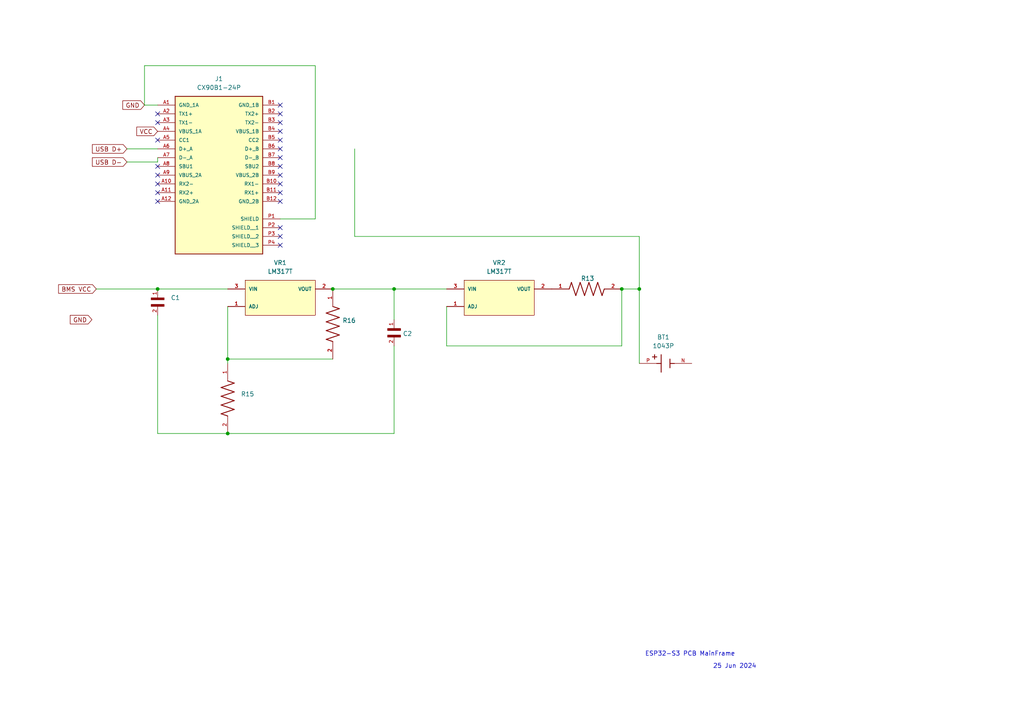
<source format=kicad_sch>
(kicad_sch (version 20231120) (generator "eeschema") (generator_version "8.0")
  (paper "A4")
  (lib_symbols
    (symbol "1043P:1043P" (pin_names (offset 1.016))
      (property "Reference" "BT" (at -3.81 3.81 0))
      (property "Value" "1043P" (at -3.81 -5.08 0))
      (symbol "1043P_0_0"
        (polyline (pts (xy -3.81 1.905) (xy -2.54 1.905)) (stroke (width 0.254)))
        (polyline (pts (xy -3.175 2.54) (xy -3.175 1.27)) (stroke (width 0.254)))
        (polyline (pts (xy -1.27 0) (xy -2.54 0)) (stroke (width 0.254)))
        (polyline (pts (xy -1.27 0) (xy -1.27 -2.54)) (stroke (width 0.254)))
        (polyline (pts (xy -1.27 2.54) (xy -1.27 0)) (stroke (width 0.254)))
        (polyline (pts (xy 1.27 0) (xy 1.27 -1.27)) (stroke (width 0.254)))
        (polyline (pts (xy 1.27 0) (xy 2.54 0)) (stroke (width 0.254)))
        (polyline (pts (xy 1.27 1.27) (xy 1.27 0)) (stroke (width 0.254)))
        (pin passive line (at 7.62 0 180) (length 5.08) (name "~") (number "N"))
        (pin passive line (at -7.62 0 0) (length 5.08) (name "~") (number "P"))
      )
    )
    (symbol "CRCW12101K40FKEA:CRCW12101K40FKEA" (pin_names (offset 1.016))
      (property "Reference" "R" (at -7.6244 2.5415 0))
      (property "Value" "CRCW12101K40FKEA" (at -7.63 -5.0866 0))
      (symbol "CRCW12101K40FKEA_0_0"
        (polyline (pts (xy -5.08 0) (xy -4.445 1.905)) (stroke (width 0.254)))
        (polyline (pts (xy -4.445 1.905) (xy -3.175 -1.905)) (stroke (width 0.254)))
        (polyline (pts (xy -3.175 -1.905) (xy -1.905 1.905)) (stroke (width 0.254)))
        (polyline (pts (xy -1.905 1.905) (xy -0.635 -1.905)) (stroke (width 0.254)))
        (polyline (pts (xy -0.635 -1.905) (xy 0.635 1.905)) (stroke (width 0.254)))
        (polyline (pts (xy 0.635 1.905) (xy 1.905 -1.905)) (stroke (width 0.254)))
        (polyline (pts (xy 1.905 -1.905) (xy 3.175 1.905)) (stroke (width 0.254)))
        (polyline (pts (xy 3.175 1.905) (xy 4.445 -1.905)) (stroke (width 0.254)))
        (polyline (pts (xy 4.445 -1.905) (xy 5.08 0)) (stroke (width 0.254)))
        (pin passive line (at -10.16 0 0) (length 5.08) (name "~") (number "1"))
        (pin passive line (at 10.16 0 180) (length 5.08) (name "~") (number "2"))
      )
    )
    (symbol "CRM2512-FX-2R00ELF:CRM2512-FX-2R00ELF" (pin_names (offset 1.016))
      (property "Reference" "R" (at -7.6244 2.5415 0))
      (property "Value" "CRM2512-FX-2R00ELF" (at -7.63 -5.0866 0))
      (symbol "CRM2512-FX-2R00ELF_0_0"
        (polyline (pts (xy -5.08 0) (xy -4.445 1.905)) (stroke (width 0.254)))
        (polyline (pts (xy -4.445 1.905) (xy -3.175 -1.905)) (stroke (width 0.254)))
        (polyline (pts (xy -3.175 -1.905) (xy -1.905 1.905)) (stroke (width 0.254)))
        (polyline (pts (xy -1.905 1.905) (xy -0.635 -1.905)) (stroke (width 0.254)))
        (polyline (pts (xy -0.635 -1.905) (xy 0.635 1.905)) (stroke (width 0.254)))
        (polyline (pts (xy 0.635 1.905) (xy 1.905 -1.905)) (stroke (width 0.254)))
        (polyline (pts (xy 1.905 -1.905) (xy 3.175 1.905)) (stroke (width 0.254)))
        (polyline (pts (xy 3.175 1.905) (xy 4.445 -1.905)) (stroke (width 0.254)))
        (polyline (pts (xy 4.445 -1.905) (xy 5.08 0)) (stroke (width 0.254)))
        (pin passive line (at -10.16 0 0) (length 5.08) (name "~") (number "1"))
        (pin passive line (at 10.16 0 180) (length 5.08) (name "~") (number "2"))
      )
    )
    (symbol "CX90B1-24P:CX90B1-24P" (pin_names (offset 1.016))
      (property "Reference" "J" (at -12.7704 18.3893 0))
      (property "Value" "CX90B1-24P" (at -12.7562 -30.5811 0))
      (symbol "CX90B1-24P_0_0"
        (rectangle (start -12.7 -27.94) (end 12.7 17.78) (stroke (width 0.254)) (fill (type background)))
        (pin power_in line (at -17.78 15.24 0) (length 5.08) (name "GND_1A") (number "A1"))
        (pin input line (at -17.78 -7.62 0) (length 5.08) (name "RX2-") (number "A10"))
        (pin input line (at -17.78 -10.16 0) (length 5.08) (name "RX2+") (number "A11"))
        (pin power_in line (at -17.78 -12.7 0) (length 5.08) (name "GND_2A") (number "A12"))
        (pin output line (at -17.78 12.7 0) (length 5.08) (name "TX1+") (number "A2"))
        (pin output line (at -17.78 10.16 0) (length 5.08) (name "TX1-") (number "A3"))
        (pin power_in line (at -17.78 7.62 0) (length 5.08) (name "VBUS_1A") (number "A4"))
        (pin bidirectional line (at -17.78 5.08 0) (length 5.08) (name "CC1") (number "A5"))
        (pin bidirectional line (at -17.78 2.54 0) (length 5.08) (name "D+_A") (number "A6"))
        (pin bidirectional line (at -17.78 0 0) (length 5.08) (name "D-_A") (number "A7"))
        (pin bidirectional line (at -17.78 -2.54 0) (length 5.08) (name "SBU1") (number "A8"))
        (pin power_in line (at -17.78 -5.08 0) (length 5.08) (name "VBUS_2A") (number "A9"))
        (pin power_in line (at 17.78 15.24 180) (length 5.08) (name "GND_1B") (number "B1"))
        (pin input line (at 17.78 -7.62 180) (length 5.08) (name "RX1-") (number "B10"))
        (pin input line (at 17.78 -10.16 180) (length 5.08) (name "RX1+") (number "B11"))
        (pin power_in line (at 17.78 -12.7 180) (length 5.08) (name "GND_2B") (number "B12"))
        (pin output line (at 17.78 12.7 180) (length 5.08) (name "TX2+") (number "B2"))
        (pin output line (at 17.78 10.16 180) (length 5.08) (name "TX2-") (number "B3"))
        (pin power_in line (at 17.78 7.62 180) (length 5.08) (name "VBUS_1B") (number "B4"))
        (pin bidirectional line (at 17.78 5.08 180) (length 5.08) (name "CC2") (number "B5"))
        (pin bidirectional line (at 17.78 2.54 180) (length 5.08) (name "D+_B") (number "B6"))
        (pin bidirectional line (at 17.78 0 180) (length 5.08) (name "D-_B") (number "B7"))
        (pin bidirectional line (at 17.78 -2.54 180) (length 5.08) (name "SBU2") (number "B8"))
        (pin power_in line (at 17.78 -5.08 180) (length 5.08) (name "VBUS_2B") (number "B9"))
        (pin passive line (at 17.78 -17.78 180) (length 5.08) (name "SHIELD") (number "P1"))
        (pin passive line (at 17.78 -20.32 180) (length 5.08) (name "SHIELD__1") (number "P2"))
        (pin passive line (at 17.78 -22.86 180) (length 5.08) (name "SHIELD__2") (number "P3"))
        (pin passive line (at 17.78 -25.4 180) (length 5.08) (name "SHIELD__3") (number "P4"))
      )
    )
    (symbol "JMK325ABJ107MM-P:JMK325ABJ107MM-P" (pin_names (offset 1.016))
      (property "Reference" "C" (at 0 3.8109 0))
      (property "Value" "JMK325ABJ107MM-P" (at 0 -5.0885 0))
      (symbol "JMK325ABJ107MM-P_0_0"
        (rectangle (start 0 -1.9069) (end 0.635 1.905) (stroke (width 0.1)) (fill (type outline)))
        (rectangle (start 1.9069 -1.9069) (end 2.54 1.905) (stroke (width 0.1)) (fill (type outline)))
        (pin passive line (at -2.54 0 0) (length 2.54) (name "~") (number "1"))
        (pin passive line (at 5.08 0 180) (length 2.54) (name "~") (number "2"))
      )
    )
    (symbol "LM317T:LM317T" (pin_names (offset 1.016))
      (property "Reference" "VR" (at -10.16 6.35 0))
      (property "Value" "LM317T" (at -10.16 -7.62 0))
      (symbol "LM317T_0_0"
        (rectangle (start -10.16 -5.08) (end 10.16 5.08) (stroke (width 0.1524)) (fill (type background)))
        (pin input line (at -15.24 -2.54 0) (length 5.08) (name "ADJ") (number "1"))
        (pin output line (at 15.24 2.54 180) (length 5.08) (name "VOUT") (number "2"))
        (pin input line (at -15.24 2.54 0) (length 5.08) (name "VIN") (number "3"))
      )
    )
    (symbol "RMCF2512JT3K30:RMCF2512JT3K30" (pin_names (offset 1.016))
      (property "Reference" "R" (at -7.6244 2.5415 0))
      (property "Value" "RMCF2512JT3K30" (at -7.63 -5.0866 0))
      (symbol "RMCF2512JT3K30_0_0"
        (polyline (pts (xy -5.08 0) (xy -4.445 1.905)) (stroke (width 0.254)))
        (polyline (pts (xy -4.445 1.905) (xy -3.175 -1.905)) (stroke (width 0.254)))
        (polyline (pts (xy -3.175 -1.905) (xy -1.905 1.905)) (stroke (width 0.254)))
        (polyline (pts (xy -1.905 1.905) (xy -0.635 -1.905)) (stroke (width 0.254)))
        (polyline (pts (xy -0.635 -1.905) (xy 0.635 1.905)) (stroke (width 0.254)))
        (polyline (pts (xy 0.635 1.905) (xy 1.905 -1.905)) (stroke (width 0.254)))
        (polyline (pts (xy 1.905 -1.905) (xy 3.175 1.905)) (stroke (width 0.254)))
        (polyline (pts (xy 3.175 1.905) (xy 4.445 -1.905)) (stroke (width 0.254)))
        (polyline (pts (xy 4.445 -1.905) (xy 5.08 0)) (stroke (width 0.254)))
        (pin passive line (at -10.16 0 0) (length 5.08) (name "~") (number "1"))
        (pin passive line (at 10.16 0 180) (length 5.08) (name "~") (number "2"))
      )
    )
  )
  (junction (at 66.04 125.73))
  (junction (at 45.72 83.82))
  (junction (at 66.04 104.14))
  (junction (at 180.34 83.82))
  (junction (at 185.42 83.82))
  (junction (at 114.3 83.82))
  (junction (at 96.52 83.82))
  (no_connect (at 81.28 48.26))
  (no_connect (at 81.28 50.8))
  (no_connect (at 81.28 53.34))
  (no_connect (at 45.72 35.56))
  (no_connect (at 81.28 55.88))
  (no_connect (at 81.28 71.12))
  (no_connect (at 45.72 58.42))
  (no_connect (at 81.28 45.72))
  (no_connect (at 81.28 58.42))
  (no_connect (at 81.28 68.58))
  (no_connect (at 81.28 30.48))
  (no_connect (at 45.72 33.02))
  (no_connect (at 45.72 48.26))
  (no_connect (at 45.72 40.64))
  (no_connect (at 45.72 55.88))
  (no_connect (at 45.72 53.34))
  (no_connect (at 81.28 40.64))
  (no_connect (at 81.28 66.04))
  (no_connect (at 81.28 38.1))
  (no_connect (at 45.72 50.8))
  (no_connect (at 81.28 35.56))
  (no_connect (at 81.28 33.02))
  (no_connect (at 81.28 43.18))
  (wire (pts (xy 41.91 30.48) (xy 45.72 30.48)))
  (wire (pts (xy 66.04 125.73) (xy 45.72 125.73)))
  (wire (pts (xy 66.04 104.14) (xy 96.52 104.14)))
  (wire (pts (xy 114.3 83.82) (xy 129.54 83.82)))
  (wire (pts (xy 129.54 88.9) (xy 129.54 100.33)))
  (wire (pts (xy 91.44 63.5) (xy 91.44 19.05)))
  (wire (pts (xy 41.91 19.05) (xy 41.91 30.48)))
  (wire (pts (xy 114.3 83.82) (xy 114.3 92.71)))
  (wire (pts (xy 27.94 83.82) (xy 45.72 83.82)))
  (wire (pts (xy 45.72 91.44) (xy 45.72 125.73)))
  (wire (pts (xy 81.28 63.5) (xy 91.44 63.5)))
  (wire (pts (xy 102.87 43.18) (xy 102.87 68.58)))
  (wire (pts (xy 114.3 100.33) (xy 114.3 125.73)))
  (wire (pts (xy 185.42 68.58) (xy 102.87 68.58)))
  (wire (pts (xy 185.42 105.41) (xy 185.42 83.82)))
  (wire (pts (xy 114.3 125.73) (xy 66.04 125.73)))
  (wire (pts (xy 36.83 46.99) (xy 45.72 46.99)))
  (wire (pts (xy 129.54 100.33) (xy 180.34 100.33)))
  (wire (pts (xy 91.44 19.05) (xy 41.91 19.05)))
  (wire (pts (xy 66.04 104.14) (xy 66.04 88.9)))
  (wire (pts (xy 185.42 83.82) (xy 185.42 68.58)))
  (wire (pts (xy 96.52 83.82) (xy 114.3 83.82)))
  (wire (pts (xy 185.42 83.82) (xy 180.34 83.82)))
  (wire (pts (xy 36.83 43.18) (xy 45.72 43.18)))
  (wire (pts (xy 45.72 46.99) (xy 45.72 45.72)))
  (wire (pts (xy 45.72 83.82) (xy 66.04 83.82)))
  (wire (pts (xy 180.34 100.33) (xy 180.34 83.82)))
  (wire (pts (xy 66.04 105.41) (xy 66.04 104.14)))
  (text "ESP32-S3 PCB MainFrame" (at 200.152 189.738 0) (effects (font (size 1.27 1.27))))
  (text "25 Jun 2024" (at 213.106 193.294 0) (effects (font (size 1.27 1.27))))
  (global_label "USB D-" (shape input) (at 36.83 46.99 180) (property "Intersheetrefs" "${INTERSHEET_REFS}" (effects (hide yes))))
  (global_label "BMS VCC" (shape input) (at 27.94 83.82 180) (property "Intersheetrefs" "${INTERSHEET_REFS}" (effects (hide yes))))
  (global_label "GND" (shape input) (at 26.67 92.71 180) (property "Intersheetrefs" "${INTERSHEET_REFS}" (effects (hide yes))))
  (global_label "USB D+" (shape input) (at 36.83 43.18 180) (property "Intersheetrefs" "${INTERSHEET_REFS}" (effects (hide yes))))
  (global_label "GND" (shape input) (at 41.91 30.48 180) (property "Intersheetrefs" "${INTERSHEET_REFS}" (effects (hide yes))))
  (global_label "VCC" (shape input) (at 45.72 38.1 180) (property "Intersheetrefs" "${INTERSHEET_REFS}" (effects (hide yes))))
  (symbol (lib_id "CRCW12101K40FKEA:CRCW12101K40FKEA") (at 96.52 93.98 270) (unit 1)
    (property "Reference" "R16" (at 99.314 92.964 90) (effects (justify left)))
    (property "Value" "CRCW12101K40FKEA" (effects (hide yes)))
    (property "Footprint" "CRCW12101K40FKEA:RESC3225X60N" (effects (hide yes)))
  )
  (symbol (lib_id "JMK325ABJ107MM-P:JMK325ABJ107MM-P") (at 114.3 95.25 270) (unit 1)
    (property "Reference" "C2" (at 116.84 96.774 90) (effects (justify left)))
    (property "Value" "JMK325ABJ107MM-P" (effects (hide yes)))
    (property "Footprint" "JMK325ABJ107MM-P:CAPC3225X280N" (effects (hide yes)))
  )
  (symbol (lib_id "1043P:1043P") (at 193.04 105.41 0) (unit 1)
    (property "Reference" "BT1" (at 192.405 97.79 0))
    (property "Value" "1043P" (at 192.405 100.33 0))
    (property "Footprint" "1043P:BAT_1043P" (effects (hide yes)))
    (property "PARTREV" "D" (effects (hide yes)))
    (property "STANDARD" "Manufacturer Recommendations" (effects (hide yes)))
    (property "SNAPEDA_PN" "1043P" (effects (hide yes)))
    (property "MAXIMUM_PACKAGE_HEIGHT" "15.11mm" (effects (hide yes)))
    (property "MANUFACTURER" "Keystone" (effects (hide yes)))
  )
  (symbol (lib_id "CRM2512-FX-2R00ELF:CRM2512-FX-2R00ELF") (at 170.18 83.82 0) (unit 1)
    (property "Reference" "R13" (at 170.434 80.772 0))
    (property "Value" "CRM2512-FX-2R00ELF" (effects (hide yes)))
    (property "Footprint" "CRM2512-FX-2R00ELF:RESC6331X80N" (effects (hide yes)))
  )
  (symbol (lib_id "LM317T:LM317T") (at 81.28 86.36 0) (unit 1)
    (property "Reference" "VR1" (at 81.28 76.2 0))
    (property "Value" "LM317T" (at 81.28 78.74 0))
    (property "Footprint" "LM317T:TO254P1054X470X1955-3" (effects (hide yes)))
    (property "PARTREV" "L" (effects (hide yes)))
    (property "MANUFACTURER" "Texas Instruments" (effects (hide yes)))
    (property "MAXIMUM_PACKAGE_HEIGHT" "19.55 mm" (effects (hide yes)))
    (property "STANDARD" "IPC-7351B" (effects (hide yes)))
  )
  (symbol (lib_id "JMK325ABJ107MM-P:JMK325ABJ107MM-P") (at 45.72 86.36 270) (unit 1)
    (property "Reference" "C1" (at 49.53 86.3599 90) (effects (justify left)))
    (property "Value" "JMK325ABJ107MM-P" (effects (hide yes)))
    (property "Footprint" "JMK325ABJ107MM-P:CAPC3225X280N" (effects (hide yes)))
  )
  (symbol (lib_id "LM317T:LM317T") (at 144.78 86.36 0) (unit 1)
    (property "Reference" "VR2" (at 144.78 76.2 0))
    (property "Value" "LM317T" (at 144.78 78.74 0))
    (property "Footprint" "LM317T:TO254P1054X470X1955-3" (effects (hide yes)))
    (property "PARTREV" "L" (effects (hide yes)))
    (property "MANUFACTURER" "Texas Instruments" (effects (hide yes)))
    (property "MAXIMUM_PACKAGE_HEIGHT" "19.55 mm" (effects (hide yes)))
    (property "STANDARD" "IPC-7351B" (effects (hide yes)))
  )
  (symbol (lib_id "RMCF2512JT3K30:RMCF2512JT3K30") (at 66.04 115.57 270) (unit 1)
    (property "Reference" "R15" (at 69.85 114.2999 90) (effects (justify left)))
    (property "Value" "RMCF2512JT3K30" (effects (hide yes)))
    (property "Footprint" "RMCF2512JT3K30:RESC6332X70N" (effects (hide yes)))
  )
  (symbol (lib_id "CX90B1-24P:CX90B1-24P") (at 63.5 45.72 0) (unit 1)
    (property "Reference" "J1" (at 63.5 22.86 0))
    (property "Value" "CX90B1-24P" (at 63.5 25.4 0))
    (property "Footprint" "CX90B1-24P:HRS_CX90B1-24P" (effects (hide yes)))
    (property "PARTREV" "30/01/18" (effects (hide yes)))
    (property "STANDARD" "Manufacturer Recommendations" (effects (hide yes)))
    (property "MAXIMUM_PACKAGE_HEIGHT" "3.29mm" (effects (hide yes)))
    (property "MANUFACTURER" "HRS" (effects (hide yes)))
  )
)
</source>
